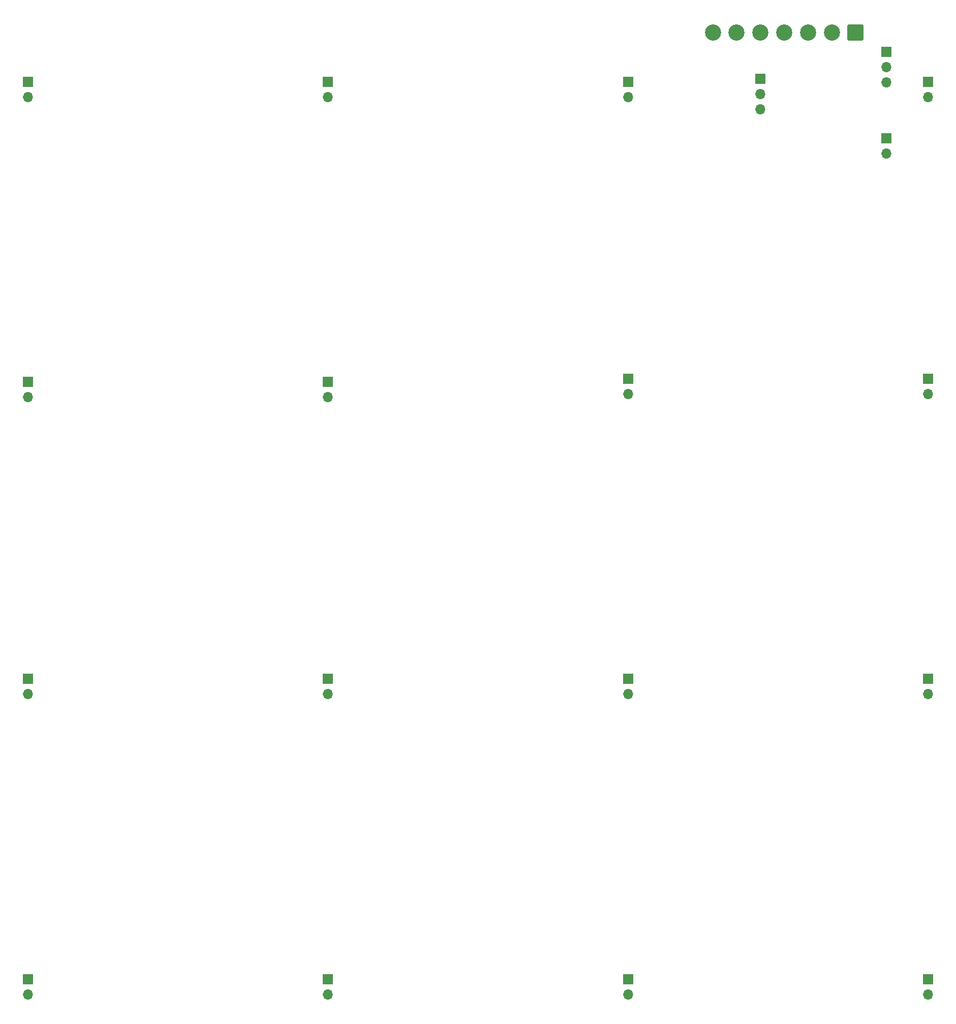
<source format=gbr>
%TF.GenerationSoftware,KiCad,Pcbnew,9.0.0*%
%TF.CreationDate,2025-03-24T06:03:53+01:00*%
%TF.ProjectId,PCB_Chessboard,5043425f-4368-4657-9373-626f6172642e,rev?*%
%TF.SameCoordinates,Original*%
%TF.FileFunction,Soldermask,Bot*%
%TF.FilePolarity,Negative*%
%FSLAX46Y46*%
G04 Gerber Fmt 4.6, Leading zero omitted, Abs format (unit mm)*
G04 Created by KiCad (PCBNEW 9.0.0) date 2025-03-24 06:03:53*
%MOMM*%
%LPD*%
G01*
G04 APERTURE LIST*
G04 Aperture macros list*
%AMRoundRect*
0 Rectangle with rounded corners*
0 $1 Rounding radius*
0 $2 $3 $4 $5 $6 $7 $8 $9 X,Y pos of 4 corners*
0 Add a 4 corners polygon primitive as box body*
4,1,4,$2,$3,$4,$5,$6,$7,$8,$9,$2,$3,0*
0 Add four circle primitives for the rounded corners*
1,1,$1+$1,$2,$3*
1,1,$1+$1,$4,$5*
1,1,$1+$1,$6,$7*
1,1,$1+$1,$8,$9*
0 Add four rect primitives between the rounded corners*
20,1,$1+$1,$2,$3,$4,$5,0*
20,1,$1+$1,$4,$5,$6,$7,0*
20,1,$1+$1,$6,$7,$8,$9,0*
20,1,$1+$1,$8,$9,$2,$3,0*%
G04 Aperture macros list end*
%ADD10R,1.700000X1.700000*%
%ADD11O,1.700000X1.700000*%
%ADD12RoundRect,0.250001X1.099999X1.099999X-1.099999X1.099999X-1.099999X-1.099999X1.099999X-1.099999X0*%
%ADD13C,2.700000*%
G04 APERTURE END LIST*
D10*
%TO.C,J17*%
X175000000Y-173460000D03*
D11*
X175000000Y-176000000D03*
%TD*%
D10*
%TO.C,J4*%
X125000000Y-24000000D03*
D11*
X125000000Y-26540000D03*
%TD*%
D10*
%TO.C,J18*%
X168000000Y-33460000D03*
D11*
X168000000Y-36000000D03*
%TD*%
D10*
%TO.C,J5*%
X175000000Y-24000000D03*
D11*
X175000000Y-26540000D03*
%TD*%
D10*
%TO.C,J2*%
X25000000Y-24000000D03*
D11*
X25000000Y-26540000D03*
%TD*%
D10*
%TO.C,J9*%
X175000000Y-73460000D03*
D11*
X175000000Y-76000000D03*
%TD*%
D10*
%TO.C,J7*%
X75000000Y-74000000D03*
D11*
X75000000Y-76540000D03*
%TD*%
D10*
%TO.C,J19*%
X168000000Y-19000000D03*
D11*
X168000000Y-21540000D03*
X168000000Y-24080000D03*
%TD*%
D10*
%TO.C,J11*%
X75000000Y-123460000D03*
D11*
X75000000Y-126000000D03*
%TD*%
D10*
%TO.C,J12*%
X125000000Y-123460000D03*
D11*
X125000000Y-126000000D03*
%TD*%
D10*
%TO.C,J10*%
X25000000Y-123460000D03*
D11*
X25000000Y-126000000D03*
%TD*%
D10*
%TO.C,J15*%
X75000000Y-173460000D03*
D11*
X75000000Y-176000000D03*
%TD*%
D12*
%TO.C,JQ1*%
X162880000Y-15775000D03*
D13*
X158920000Y-15775000D03*
X154960000Y-15775000D03*
X151000000Y-15775000D03*
X147040000Y-15775000D03*
X143080000Y-15775000D03*
X139120000Y-15775000D03*
%TD*%
D10*
%TO.C,J20*%
X147000000Y-23475000D03*
D11*
X147000000Y-26015000D03*
X147000000Y-28555000D03*
%TD*%
D10*
%TO.C,J16*%
X125000000Y-173460000D03*
D11*
X125000000Y-176000000D03*
%TD*%
D10*
%TO.C,J8*%
X125000000Y-73460000D03*
D11*
X125000000Y-76000000D03*
%TD*%
D10*
%TO.C,J3*%
X75000000Y-24000000D03*
D11*
X75000000Y-26540000D03*
%TD*%
D10*
%TO.C,J6*%
X25000000Y-74000000D03*
D11*
X25000000Y-76540000D03*
%TD*%
D10*
%TO.C,J13*%
X175000000Y-123460000D03*
D11*
X175000000Y-126000000D03*
%TD*%
D10*
%TO.C,J14*%
X25000000Y-173460000D03*
D11*
X25000000Y-176000000D03*
%TD*%
M02*

</source>
